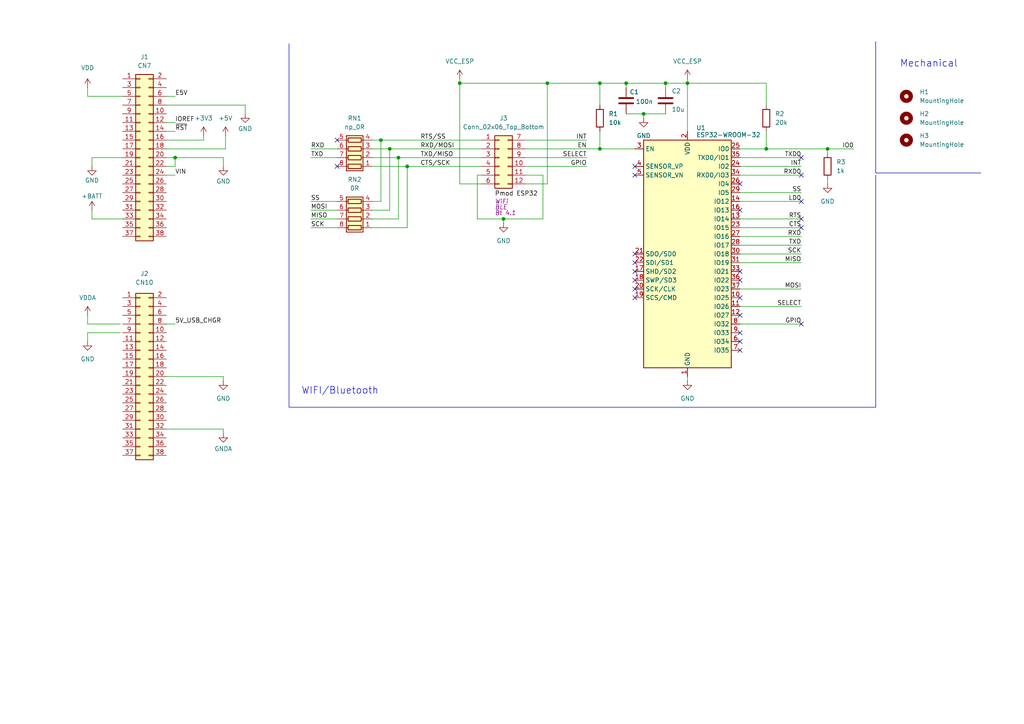
<source format=kicad_sch>
(kicad_sch (version 20250114) (generator "eeschema") (generator_version "9.0")
  (paper "A4")
  (lib_symbols
    (symbol "Connector_Generic:Conn_02x06_Top_Bottom" (pin_names (offset 1.016) (hide yes))
      (property "Reference" "J" (at 1.27 7.62 0))
      (property "Value" "Conn_02x06_Top_Bottom" (at 1.27 -10.16 0))
      (symbol "Conn_02x06_Top_Bottom_1_1"
        (rectangle (start -1.27 6.35) (end 3.81 -8.89) (stroke (width 0.254)) (fill (type background)))
        (rectangle (start -1.27 5.207) (end 0 4.953) (stroke (width 0.1524)))
        (rectangle (start -1.27 2.667) (end 0 2.413) (stroke (width 0.1524)))
        (rectangle (start -1.27 0.127) (end 0 -0.127) (stroke (width 0.1524)))
        (rectangle (start -1.27 -2.413) (end 0 -2.667) (stroke (width 0.1524)))
        (rectangle (start -1.27 -4.953) (end 0 -5.207) (stroke (width 0.1524)))
        (rectangle (start -1.27 -7.493) (end 0 -7.747) (stroke (width 0.1524)))
        (rectangle (start 3.81 5.207) (end 2.54 4.953) (stroke (width 0.1524)))
        (rectangle (start 3.81 2.667) (end 2.54 2.413) (stroke (width 0.1524)))
        (rectangle (start 3.81 0.127) (end 2.54 -0.127) (stroke (width 0.1524)))
        (rectangle (start 3.81 -2.413) (end 2.54 -2.667) (stroke (width 0.1524)))
        (rectangle (start 3.81 -4.953) (end 2.54 -5.207) (stroke (width 0.1524)))
        (rectangle (start 3.81 -7.493) (end 2.54 -7.747) (stroke (width 0.1524)))
        (pin passive line (at -5.08 5.08 0) (length 3.81) (name "Pin_1") (number "1"))
        (pin passive line (at -5.08 2.54 0) (length 3.81) (name "Pin_2") (number "2"))
        (pin passive line (at -5.08 0 0) (length 3.81) (name "Pin_3") (number "3"))
        (pin passive line (at -5.08 -2.54 0) (length 3.81) (name "Pin_4") (number "4"))
        (pin passive line (at -5.08 -5.08 0) (length 3.81) (name "Pin_5") (number "5"))
        (pin passive line (at -5.08 -7.62 0) (length 3.81) (name "Pin_6") (number "6"))
        (pin passive line (at 7.62 5.08 180) (length 3.81) (name "Pin_7") (number "7"))
        (pin passive line (at 7.62 2.54 180) (length 3.81) (name "Pin_8") (number "8"))
        (pin passive line (at 7.62 0 180) (length 3.81) (name "Pin_9") (number "9"))
        (pin passive line (at 7.62 -2.54 180) (length 3.81) (name "Pin_10") (number "10"))
        (pin passive line (at 7.62 -5.08 180) (length 3.81) (name "Pin_11") (number "11"))
        (pin passive line (at 7.62 -7.62 180) (length 3.81) (name "Pin_12") (number "12"))
      )
    )
    (symbol "Connector_Generic:Conn_02x19_Odd_Even" (pin_names (offset 1.016) (hide yes))
      (property "Reference" "J" (at 1.27 25.4 0))
      (property "Value" "Conn_02x19_Odd_Even" (at 1.27 -25.4 0))
      (symbol "Conn_02x19_Odd_Even_1_1"
        (rectangle (start -1.27 24.13) (end 3.81 -24.13) (stroke (width 0.254)) (fill (type background)))
        (rectangle (start -1.27 22.987) (end 0 22.733) (stroke (width 0.1524)))
        (rectangle (start -1.27 20.447) (end 0 20.193) (stroke (width 0.1524)))
        (rectangle (start -1.27 17.907) (end 0 17.653) (stroke (width 0.1524)))
        (rectangle (start -1.27 15.367) (end 0 15.113) (stroke (width 0.1524)))
        (rectangle (start -1.27 12.827) (end 0 12.573) (stroke (width 0.1524)))
        (rectangle (start -1.27 10.287) (end 0 10.033) (stroke (width 0.1524)))
        (rectangle (start -1.27 7.747) (end 0 7.493) (stroke (width 0.1524)))
        (rectangle (start -1.27 5.207) (end 0 4.953) (stroke (width 0.1524)))
        (rectangle (start -1.27 2.667) (end 0 2.413) (stroke (width 0.1524)))
        (rectangle (start -1.27 0.127) (end 0 -0.127) (stroke (width 0.1524)))
        (rectangle (start -1.27 -2.413) (end 0 -2.667) (stroke (width 0.1524)))
        (rectangle (start -1.27 -4.953) (end 0 -5.207) (stroke (width 0.1524)))
        (rectangle (start -1.27 -7.493) (end 0 -7.747) (stroke (width 0.1524)))
        (rectangle (start -1.27 -10.033) (end 0 -10.287) (stroke (width 0.1524)))
        (rectangle (start -1.27 -12.573) (end 0 -12.827) (stroke (width 0.1524)))
        (rectangle (start -1.27 -15.113) (end 0 -15.367) (stroke (width 0.1524)))
        (rectangle (start -1.27 -17.653) (end 0 -17.907) (stroke (width 0.1524)))
        (rectangle (start -1.27 -20.193) (end 0 -20.447) (stroke (width 0.1524)))
        (rectangle (start -1.27 -22.733) (end 0 -22.987) (stroke (width 0.1524)))
        (rectangle (start 3.81 22.987) (end 2.54 22.733) (stroke (width 0.1524)))
        (rectangle (start 3.81 20.447) (end 2.54 20.193) (stroke (width 0.1524)))
        (rectangle (start 3.81 17.907) (end 2.54 17.653) (stroke (width 0.1524)))
        (rectangle (start 3.81 15.367) (end 2.54 15.113) (stroke (width 0.1524)))
        (rectangle (start 3.81 12.827) (end 2.54 12.573) (stroke (width 0.1524)))
        (rectangle (start 3.81 10.287) (end 2.54 10.033) (stroke (width 0.1524)))
        (rectangle (start 3.81 7.747) (end 2.54 7.493) (stroke (width 0.1524)))
        (rectangle (start 3.81 5.207) (end 2.54 4.953) (stroke (width 0.1524)))
        (rectangle (start 3.81 2.667) (end 2.54 2.413) (stroke (width 0.1524)))
        (rectangle (start 3.81 0.127) (end 2.54 -0.127) (stroke (width 0.1524)))
        (rectangle (start 3.81 -2.413) (end 2.54 -2.667) (stroke (width 0.1524)))
        (rectangle (start 3.81 -4.953) (end 2.54 -5.207) (stroke (width 0.1524)))
        (rectangle (start 3.81 -7.493) (end 2.54 -7.747) (stroke (width 0.1524)))
        (rectangle (start 3.81 -10.033) (end 2.54 -10.287) (stroke (width 0.1524)))
        (rectangle (start 3.81 -12.573) (end 2.54 -12.827) (stroke (width 0.1524)))
        (rectangle (start 3.81 -15.113) (end 2.54 -15.367) (stroke (width 0.1524)))
        (rectangle (start 3.81 -17.653) (end 2.54 -17.907) (stroke (width 0.1524)))
        (rectangle (start 3.81 -20.193) (end 2.54 -20.447) (stroke (width 0.1524)))
        (rectangle (start 3.81 -22.733) (end 2.54 -22.987) (stroke (width 0.1524)))
        (pin passive line (at -5.08 22.86 0) (length 3.81) (name "Pin_1") (number "1"))
        (pin passive line (at -5.08 20.32 0) (length 3.81) (name "Pin_3") (number "3"))
        (pin passive line (at -5.08 17.78 0) (length 3.81) (name "Pin_5") (number "5"))
        (pin passive line (at -5.08 15.24 0) (length 3.81) (name "Pin_7") (number "7"))
        (pin passive line (at -5.08 12.7 0) (length 3.81) (name "Pin_9") (number "9"))
        (pin passive line (at -5.08 10.16 0) (length 3.81) (name "Pin_11") (number "11"))
        (pin passive line (at -5.08 7.62 0) (length 3.81) (name "Pin_13") (number "13"))
        (pin passive line (at -5.08 5.08 0) (length 3.81) (name "Pin_15") (number "15"))
        (pin passive line (at -5.08 2.54 0) (length 3.81) (name "Pin_17") (number "17"))
        (pin passive line (at -5.08 0 0) (length 3.81) (name "Pin_19") (number "19"))
        (pin passive line (at -5.08 -2.54 0) (length 3.81) (name "Pin_21") (number "21"))
        (pin passive line (at -5.08 -5.08 0) (length 3.81) (name "Pin_23") (number "23"))
        (pin passive line (at -5.08 -7.62 0) (length 3.81) (name "Pin_25") (number "25"))
        (pin passive line (at -5.08 -10.16 0) (length 3.81) (name "Pin_27") (number "27"))
        (pin passive line (at -5.08 -12.7 0) (length 3.81) (name "Pin_29") (number "29"))
        (pin passive line (at -5.08 -15.24 0) (length 3.81) (name "Pin_31") (number "31"))
        (pin passive line (at -5.08 -17.78 0) (length 3.81) (name "Pin_33") (number "33"))
        (pin passive line (at -5.08 -20.32 0) (length 3.81) (name "Pin_35") (number "35"))
        (pin passive line (at -5.08 -22.86 0) (length 3.81) (name "Pin_37") (number "37"))
        (pin passive line (at 7.62 22.86 180) (length 3.81) (name "Pin_2") (number "2"))
        (pin passive line (at 7.62 20.32 180) (length 3.81) (name "Pin_4") (number "4"))
        (pin passive line (at 7.62 17.78 180) (length 3.81) (name "Pin_6") (number "6"))
        (pin passive line (at 7.62 15.24 180) (length 3.81) (name "Pin_8") (number "8"))
        (pin passive line (at 7.62 12.7 180) (length 3.81) (name "Pin_10") (number "10"))
        (pin passive line (at 7.62 10.16 180) (length 3.81) (name "Pin_12") (number "12"))
        (pin passive line (at 7.62 7.62 180) (length 3.81) (name "Pin_14") (number "14"))
        (pin passive line (at 7.62 5.08 180) (length 3.81) (name "Pin_16") (number "16"))
        (pin passive line (at 7.62 2.54 180) (length 3.81) (name "Pin_18") (number "18"))
        (pin passive line (at 7.62 0 180) (length 3.81) (name "Pin_20") (number "20"))
        (pin passive line (at 7.62 -2.54 180) (length 3.81) (name "Pin_22") (number "22"))
        (pin passive line (at 7.62 -5.08 180) (length 3.81) (name "Pin_24") (number "24"))
        (pin passive line (at 7.62 -7.62 180) (length 3.81) (name "Pin_26") (number "26"))
        (pin passive line (at 7.62 -10.16 180) (length 3.81) (name "Pin_28") (number "28"))
        (pin passive line (at 7.62 -12.7 180) (length 3.81) (name "Pin_30") (number "30"))
        (pin passive line (at 7.62 -15.24 180) (length 3.81) (name "Pin_32") (number "32"))
        (pin passive line (at 7.62 -17.78 180) (length 3.81) (name "Pin_34") (number "34"))
        (pin passive line (at 7.62 -20.32 180) (length 3.81) (name "Pin_36") (number "36"))
        (pin passive line (at 7.62 -22.86 180) (length 3.81) (name "Pin_38") (number "38"))
      )
    )
    (symbol "Device:C" (pin_numbers (hide yes)) (pin_names (offset 0.254))
      (property "Reference" "C" (at 0.635 2.54 0))
      (property "Value" "C" (at 0.635 -2.54 0))
      (symbol "C_0_1"
        (polyline (pts (xy -2.032 0.762) (xy 2.032 0.762)) (stroke (width 0.508)))
        (polyline (pts (xy -2.032 -0.762) (xy 2.032 -0.762)) (stroke (width 0.508)))
      )
      (symbol "C_1_1"
        (pin passive line (at 0 3.81 270) (length 2.794) (name "~") (number "1"))
        (pin passive line (at 0 -3.81 90) (length 2.794) (name "~") (number "2"))
      )
    )
    (symbol "Device:R" (pin_numbers (hide yes)) (pin_names (offset 0))
      (property "Reference" "R" (at 2.032 0 90))
      (property "Value" "R" (at 0 0 90))
      (symbol "R_0_1"
        (rectangle (start -1.016 -2.54) (end 1.016 2.54) (stroke (width 0.254)))
      )
      (symbol "R_1_1"
        (pin passive line (at 0 3.81 270) (length 1.27) (name "~") (number "1"))
        (pin passive line (at 0 -3.81 90) (length 1.27) (name "~") (number "2"))
      )
    )
    (symbol "Device:R_Pack04" (pin_names (offset 0) (hide yes))
      (property "Reference" "RN" (at -7.62 0 90))
      (property "Value" "R_Pack04" (at 5.08 0 90))
      (symbol "R_Pack04_0_1"
        (rectangle (start -6.35 -2.413) (end 3.81 2.413) (stroke (width 0.254)) (fill (type background)))
        (rectangle (start -5.715 1.905) (end -4.445 -1.905) (stroke (width 0.254)))
        (polyline (pts (xy -5.08 1.905) (xy -5.08 2.54)))
        (polyline (pts (xy -5.08 -2.54) (xy -5.08 -1.905)))
        (rectangle (start -3.175 1.905) (end -1.905 -1.905) (stroke (width 0.254)))
        (polyline (pts (xy -2.54 1.905) (xy -2.54 2.54)))
        (polyline (pts (xy -2.54 -2.54) (xy -2.54 -1.905)))
        (rectangle (start -0.635 1.905) (end 0.635 -1.905) (stroke (width 0.254)))
        (polyline (pts (xy 0 1.905) (xy 0 2.54)))
        (polyline (pts (xy 0 -2.54) (xy 0 -1.905)))
        (rectangle (start 1.905 1.905) (end 3.175 -1.905) (stroke (width 0.254)))
        (polyline (pts (xy 2.54 1.905) (xy 2.54 2.54)))
        (polyline (pts (xy 2.54 -2.54) (xy 2.54 -1.905)))
      )
      (symbol "R_Pack04_1_1"
        (pin passive line (at -5.08 5.08 270) (length 2.54) (name "R1.2") (number "8"))
        (pin passive line (at -5.08 -5.08 90) (length 2.54) (name "R1.1") (number "1"))
        (pin passive line (at -2.54 5.08 270) (length 2.54) (name "R2.2") (number "7"))
        (pin passive line (at -2.54 -5.08 90) (length 2.54) (name "R2.1") (number "2"))
        (pin passive line (at 0 5.08 270) (length 2.54) (name "R3.2") (number "6"))
        (pin passive line (at 0 -5.08 90) (length 2.54) (name "R3.1") (number "3"))
        (pin passive line (at 2.54 5.08 270) (length 2.54) (name "R4.2") (number "5"))
        (pin passive line (at 2.54 -5.08 90) (length 2.54) (name "R4.1") (number "4"))
      )
    )
    (symbol "GND_1" (power) (pin_numbers (hide yes)) (pin_names (offset 0) (hide yes))
      (property "Value" "GND" (at 0 -3.81 0))
      (symbol "GND_1_0_1"
        (polyline (pts (xy 0 0) (xy 0 -1.27) (xy 1.27 -1.27) (xy 0 -2.54) (xy -1.27 -1.27) (xy 0 -1.27)))
      )
      (symbol "GND_1_1_1"
        (pin power_in line (at 0 0 270) (length 0) (name "~") (number "1"))
      )
    )
    (symbol "Mechanical:MountingHole" (pin_names (offset 1.016))
      (property "Reference" "H" (at 0 5.08 0))
      (property "Value" "MountingHole" (at 0 3.175 0))
      (symbol "MountingHole_0_1"
        (circle (center 0 0) (radius 1.27) (stroke (width 1.27)))
      )
    )
    (symbol "RF_Module:ESP32-WROOM-32"
      (property "Reference" "U" (at -12.7 34.29 0))
      (property "Value" "ESP32-WROOM-32" (at 1.27 34.29 0))
      (symbol "ESP32-WROOM-32_0_1"
        (rectangle (start -12.7 33.02) (end 12.7 -33.02) (stroke (width 0.254)) (fill (type background)))
      )
      (symbol "ESP32-WROOM-32_1_1"
        (pin input line (at -15.24 30.48 0) (length 2.54) (name "EN") (number "3"))
        (pin input line (at -15.24 25.4 0) (length 2.54) (name "SENSOR_VP") (number "4"))
        (pin input line (at -15.24 22.86 0) (length 2.54) (name "SENSOR_VN") (number "5"))
        (pin bidirectional line (at -15.24 0 0) (length 2.54) (name "SDO/SD0") (number "21"))
        (pin bidirectional line (at -15.24 -2.54 0) (length 2.54) (name "SDI/SD1") (number "22"))
        (pin bidirectional line (at -15.24 -5.08 0) (length 2.54) (name "SHD/SD2") (number "17"))
        (pin bidirectional line (at -15.24 -7.62 0) (length 2.54) (name "SWP/SD3") (number "18"))
        (pin bidirectional line (at -15.24 -10.16 0) (length 2.54) (name "SCK/CLK") (number "20"))
        (pin bidirectional line (at -15.24 -12.7 0) (length 2.54) (name "SCS/CMD") (number "19"))
        (pin no_connect line (at -12.7 -27.94 0) (length 2.54) (hide yes) (name "NC") (number "32"))
        (pin power_in line (at 0 35.56 270) (length 2.54) (name "VDD") (number "2"))
        (pin power_in line (at 0 -35.56 90) (length 2.54) (name "GND") (number "1"))
        (pin passive line (at 0 -35.56 90) (length 2.54) (hide yes) (name "GND") (number "15"))
        (pin passive line (at 0 -35.56 90) (length 2.54) (hide yes) (name "GND") (number "38"))
        (pin passive line (at 0 -35.56 90) (length 2.54) (hide yes) (name "GND") (number "39"))
        (pin bidirectional line (at 15.24 30.48 180) (length 2.54) (name "IO0") (number "25"))
        (pin bidirectional line (at 15.24 27.94 180) (length 2.54) (name "TXD0/IO1") (number "35"))
        (pin bidirectional line (at 15.24 25.4 180) (length 2.54) (name "IO2") (number "24"))
        (pin bidirectional line (at 15.24 22.86 180) (length 2.54) (name "RXD0/IO3") (number "34"))
        (pin bidirectional line (at 15.24 20.32 180) (length 2.54) (name "IO4") (number "26"))
        (pin bidirectional line (at 15.24 17.78 180) (length 2.54) (name "IO5") (number "29"))
        (pin bidirectional line (at 15.24 15.24 180) (length 2.54) (name "IO12") (number "14"))
        (pin bidirectional line (at 15.24 12.7 180) (length 2.54) (name "IO13") (number "16"))
        (pin bidirectional line (at 15.24 10.16 180) (length 2.54) (name "IO14") (number "13"))
        (pin bidirectional line (at 15.24 7.62 180) (length 2.54) (name "IO15") (number "23"))
        (pin bidirectional line (at 15.24 5.08 180) (length 2.54) (name "IO16") (number "27"))
        (pin bidirectional line (at 15.24 2.54 180) (length 2.54) (name "IO17") (number "28"))
        (pin bidirectional line (at 15.24 0 180) (length 2.54) (name "IO18") (number "30"))
        (pin bidirectional line (at 15.24 -2.54 180) (length 2.54) (name "IO19") (number "31"))
        (pin bidirectional line (at 15.24 -5.08 180) (length 2.54) (name "IO21") (number "33"))
        (pin bidirectional line (at 15.24 -7.62 180) (length 2.54) (name "IO22") (number "36"))
        (pin bidirectional line (at 15.24 -10.16 180) (length 2.54) (name "IO23") (number "37"))
        (pin bidirectional line (at 15.24 -12.7 180) (length 2.54) (name "IO25") (number "10"))
        (pin bidirectional line (at 15.24 -15.24 180) (length 2.54) (name "IO26") (number "11"))
        (pin bidirectional line (at 15.24 -17.78 180) (length 2.54) (name "IO27") (number "12"))
        (pin bidirectional line (at 15.24 -20.32 180) (length 2.54) (name "IO32") (number "8"))
        (pin bidirectional line (at 15.24 -22.86 180) (length 2.54) (name "IO33") (number "9"))
        (pin input line (at 15.24 -25.4 180) (length 2.54) (name "IO34") (number "6"))
        (pin input line (at 15.24 -27.94 180) (length 2.54) (name "IO35") (number "7"))
      )
    )
    (symbol "power:+3V3" (power) (pin_names (offset 0))
      (property "Value" "+3V3" (at 0 3.556 0))
      (symbol "+3V3_0_1"
        (polyline (pts (xy -0.762 1.27) (xy 0 2.54)))
        (polyline (pts (xy 0 2.54) (xy 0.762 1.27)))
        (polyline (pts (xy 0 0) (xy 0 2.54)))
      )
      (symbol "+3V3_1_1"
        (pin power_in line (at 0 0 90) (length 0) (hide yes) (name "+3V3") (number "1"))
      )
    )
    (symbol "power:+5V" (power) (pin_names (offset 0))
      (property "Value" "+5V" (at 0 3.556 0))
      (symbol "+5V_0_1"
        (polyline (pts (xy -0.762 1.27) (xy 0 2.54)))
        (polyline (pts (xy 0 2.54) (xy 0.762 1.27)))
        (polyline (pts (xy 0 0) (xy 0 2.54)))
      )
      (symbol "+5V_1_1"
        (pin power_in line (at 0 0 90) (length 0) (hide yes) (name "+5V") (number "1"))
      )
    )
    (symbol "power:+BATT" (power) (pin_names (offset 0))
      (property "Value" "+BATT" (at 0 3.556 0))
      (symbol "+BATT_0_1"
        (polyline (pts (xy -0.762 1.27) (xy 0 2.54)))
        (polyline (pts (xy 0 2.54) (xy 0.762 1.27)))
        (polyline (pts (xy 0 0) (xy 0 2.54)))
      )
      (symbol "+BATT_1_1"
        (pin power_in line (at 0 0 90) (length 0) (hide yes) (name "+BATT") (number "1"))
      )
    )
    (symbol "power:GND" (power) (pin_names (offset 0))
      (property "Value" "GND" (at 0 -3.81 0))
      (symbol "GND_0_1"
        (polyline (pts (xy 0 0) (xy 0 -1.27) (xy 1.27 -1.27) (xy 0 -2.54) (xy -1.27 -1.27) (xy 0 -1.27)))
      )
      (symbol "GND_1_1"
        (pin power_in line (at 0 0 270) (length 0) (hide yes) (name "GND") (number "1"))
      )
    )
    (symbol "power:GNDA" (power) (pin_names (offset 0))
      (property "Value" "GNDA" (at 0 -3.81 0))
      (symbol "GNDA_0_1"
        (polyline (pts (xy 0 0) (xy 0 -1.27) (xy 1.27 -1.27) (xy 0 -2.54) (xy -1.27 -1.27) (xy 0 -1.27)))
      )
      (symbol "GNDA_1_1"
        (pin power_in line (at 0 0 270) (length 0) (hide yes) (name "GNDA") (number "1"))
      )
    )
    (symbol "power:VCC" (power) (pin_numbers (hide yes)) (pin_names (offset 0) (hide yes))
      (property "Value" "VCC" (at 0 3.556 0))
      (symbol "VCC_0_1"
        (polyline (pts (xy -0.762 1.27) (xy 0 2.54)))
        (polyline (pts (xy 0 2.54) (xy 0.762 1.27)))
        (polyline (pts (xy 0 0) (xy 0 2.54)))
      )
      (symbol "VCC_1_1"
        (pin power_in line (at 0 0 90) (length 0) (name "~") (number "1"))
      )
    )
    (symbol "power:VDD" (power) (pin_names (offset 0))
      (property "Value" "VDD" (at 0 3.81 0))
      (symbol "VDD_0_1"
        (polyline (pts (xy -0.762 1.27) (xy 0 2.54)))
        (polyline (pts (xy 0 2.54) (xy 0.762 1.27)))
        (polyline (pts (xy 0 0) (xy 0 2.54)))
      )
      (symbol "VDD_1_1"
        (pin power_in line (at 0 0 90) (length 0) (hide yes) (name "VDD") (number "1"))
      )
    )
    (symbol "power:VDDA" (power) (pin_names (offset 0))
      (property "Value" "VDDA" (at 0 3.81 0))
      (symbol "VDDA_0_1"
        (polyline (pts (xy -0.762 1.27) (xy 0 2.54)))
        (polyline (pts (xy 0 2.54) (xy 0.762 1.27)))
        (polyline (pts (xy 0 0) (xy 0 2.54)))
      )
      (symbol "VDDA_1_1"
        (pin power_in line (at 0 0 90) (length 0) (hide yes) (name "VDDA") (number "1"))
      )
    )
  )
  (text "Mechanical\n" (at 260.985 19.685 0) (effects (font (size 2 2)) (justify left bottom)))
  (text "WIFI/Bluetooth" (at 87.376 114.554 0) (effects (font (size 2 2)) (justify left bottom)))
  (junction (at 199.39 24.13))
  (junction (at 146.05 63.5))
  (junction (at 186.69 33.02))
  (junction (at 181.61 24.13))
  (junction (at 222.25 43.18))
  (junction (at 173.99 43.18))
  (junction (at 193.04 24.13))
  (junction (at 115.57 45.72))
  (junction (at 50.8 45.72))
  (junction (at 110.49 40.64))
  (junction (at 133.35 24.13))
  (junction (at 173.99 24.13))
  (junction (at 113.03 43.18))
  (junction (at 118.11 48.26))
  (junction (at 158.75 24.13))
  (junction (at 240.03 43.18))
  (no_connect (at 214.63 53.34))
  (no_connect (at 184.15 83.82))
  (no_connect (at 214.63 101.6))
  (no_connect (at 184.15 81.28))
  (no_connect (at 214.63 81.28))
  (no_connect (at 214.63 86.36))
  (no_connect (at 184.15 86.36))
  (no_connect (at 214.63 78.74))
  (no_connect (at 232.41 63.5))
  (no_connect (at 214.63 60.96))
  (no_connect (at 184.15 76.2))
  (no_connect (at 184.15 78.74))
  (no_connect (at 97.79 48.26))
  (no_connect (at 214.63 99.06))
  (no_connect (at 232.41 58.42))
  (no_connect (at 232.41 66.04))
  (no_connect (at 232.41 93.98))
  (no_connect (at 214.63 96.52))
  (no_connect (at 97.79 40.64))
  (no_connect (at 184.15 50.8))
  (no_connect (at 232.41 50.8))
  (no_connect (at 184.15 48.26))
  (no_connect (at 214.63 91.44))
  (no_connect (at 184.15 73.66))
  (no_connect (at 232.41 45.72))
  (wire (pts (xy 232.41 68.58) (xy 214.63 68.58)))
  (wire (pts (xy 222.25 30.48) (xy 222.25 24.13)))
  (polyline (pts (xy 254 118.11) (xy 254 50.8)))
  (wire (pts (xy 90.17 45.72) (xy 97.79 45.72)))
  (wire (pts (xy 193.04 24.13) (xy 199.39 24.13)))
  (wire (pts (xy 110.49 58.42) (xy 110.49 40.64)))
  (wire (pts (xy 48.26 35.56) (xy 50.8 35.56)))
  (wire (pts (xy 138.43 63.5) (xy 138.43 50.8)))
  (wire (pts (xy 71.12 30.48) (xy 48.26 30.48)))
  (wire (pts (xy 71.12 33.02) (xy 71.12 30.48)))
  (wire (pts (xy 170.18 48.26) (xy 152.4 48.26)))
  (wire (pts (xy 48.26 27.94) (xy 50.8 27.94)))
  (wire (pts (xy 232.41 63.5) (xy 214.63 63.5)))
  (wire (pts (xy 48.26 124.46) (xy 64.77 124.46)))
  (wire (pts (xy 64.77 124.46) (xy 64.77 125.73)))
  (wire (pts (xy 90.17 66.04) (xy 97.79 66.04)))
  (wire (pts (xy 199.39 109.22) (xy 199.39 110.49)))
  (wire (pts (xy 152.4 43.18) (xy 173.99 43.18)))
  (wire (pts (xy 232.41 58.42) (xy 214.63 58.42)))
  (wire (pts (xy 118.11 66.04) (xy 118.11 48.26)))
  (wire (pts (xy 35.56 45.72) (xy 26.67 45.72)))
  (wire (pts (xy 173.99 24.13) (xy 181.61 24.13)))
  (wire (pts (xy 158.75 24.13) (xy 158.75 53.34)))
  (wire (pts (xy 232.41 93.98) (xy 214.63 93.98)))
  (polyline (pts (xy 254 12.065) (xy 254 50.165)))
  (polyline (pts (xy 254 50.165) (xy 284.48 50.165)))
  (wire (pts (xy 152.4 50.8) (xy 157.48 50.8)))
  (wire (pts (xy 26.67 45.72) (xy 26.67 48.26)))
  (wire (pts (xy 48.26 48.26) (xy 50.8 48.26)))
  (wire (pts (xy 50.8 48.26) (xy 50.8 45.72)))
  (wire (pts (xy 107.95 66.04) (xy 118.11 66.04)))
  (wire (pts (xy 232.41 71.12) (xy 214.63 71.12)))
  (wire (pts (xy 107.95 48.26) (xy 118.11 48.26)))
  (wire (pts (xy 232.41 48.26) (xy 214.63 48.26)))
  (wire (pts (xy 199.39 24.13) (xy 199.39 38.1)))
  (wire (pts (xy 133.35 22.86) (xy 133.35 24.13)))
  (wire (pts (xy 48.26 38.1) (xy 50.8 38.1)))
  (wire (pts (xy 181.61 24.13) (xy 193.04 24.13)))
  (wire (pts (xy 115.57 45.72) (xy 139.7 45.72)))
  (wire (pts (xy 222.25 43.18) (xy 240.03 43.18)))
  (wire (pts (xy 232.41 50.8) (xy 214.63 50.8)))
  (wire (pts (xy 64.77 109.22) (xy 64.77 110.49)))
  (wire (pts (xy 232.41 55.88) (xy 214.63 55.88)))
  (wire (pts (xy 48.26 93.98) (xy 50.8 93.98)))
  (wire (pts (xy 186.69 33.02) (xy 193.04 33.02)))
  (wire (pts (xy 133.35 53.34) (xy 139.7 53.34)))
  (wire (pts (xy 222.25 24.13) (xy 199.39 24.13)))
  (wire (pts (xy 138.43 50.8) (xy 139.7 50.8)))
  (wire (pts (xy 133.35 24.13) (xy 158.75 24.13)))
  (wire (pts (xy 232.41 73.66) (xy 214.63 73.66)))
  (wire (pts (xy 193.04 25.4) (xy 193.04 24.13)))
  (wire (pts (xy 110.49 40.64) (xy 139.7 40.64)))
  (wire (pts (xy 232.41 83.82) (xy 214.63 83.82)))
  (wire (pts (xy 240.03 43.18) (xy 247.65 43.18)))
  (wire (pts (xy 133.35 53.34) (xy 133.35 24.13)))
  (wire (pts (xy 173.99 24.13) (xy 173.99 30.48)))
  (wire (pts (xy 240.03 52.07) (xy 240.03 53.34)))
  (wire (pts (xy 90.17 58.42) (xy 97.79 58.42)))
  (wire (pts (xy 48.26 43.18) (xy 65.405 43.18)))
  (wire (pts (xy 65.405 43.18) (xy 65.405 39.37)))
  (wire (pts (xy 222.25 38.1) (xy 222.25 43.18)))
  (wire (pts (xy 25.4 25.4) (xy 25.4 27.94)))
  (wire (pts (xy 232.41 76.2) (xy 214.63 76.2)))
  (wire (pts (xy 107.95 58.42) (xy 110.49 58.42)))
  (wire (pts (xy 25.4 93.98) (xy 34.925 93.98)))
  (wire (pts (xy 199.39 22.86) (xy 199.39 24.13)))
  (polyline (pts (xy 83.82 118.11) (xy 83.82 12.7)))
  (wire (pts (xy 113.03 43.18) (xy 139.7 43.18)))
  (wire (pts (xy 146.05 63.5) (xy 157.48 63.5)))
  (wire (pts (xy 232.41 45.72) (xy 214.63 45.72)))
  (wire (pts (xy 107.95 45.72) (xy 115.57 45.72)))
  (wire (pts (xy 146.05 64.77) (xy 146.05 63.5)))
  (wire (pts (xy 170.18 40.64) (xy 152.4 40.64)))
  (wire (pts (xy 90.17 43.18) (xy 97.79 43.18)))
  (wire (pts (xy 48.26 40.64) (xy 59.055 40.64)))
  (wire (pts (xy 59.055 40.64) (xy 59.055 39.37)))
  (wire (pts (xy 115.57 45.72) (xy 115.57 63.5)))
  (wire (pts (xy 181.61 33.02) (xy 186.69 33.02)))
  (wire (pts (xy 232.41 66.04) (xy 214.63 66.04)))
  (wire (pts (xy 232.41 88.9) (xy 214.63 88.9)))
  (wire (pts (xy 173.99 38.1) (xy 173.99 43.18)))
  (wire (pts (xy 113.03 60.96) (xy 113.03 43.18)))
  (wire (pts (xy 173.99 43.18) (xy 184.15 43.18)))
  (wire (pts (xy 25.4 96.52) (xy 34.925 96.52)))
  (wire (pts (xy 25.4 96.52) (xy 25.4 99.06)))
  (wire (pts (xy 173.99 24.13) (xy 158.75 24.13)))
  (polyline (pts (xy 254 118.11) (xy 83.82 118.11)))
  (wire (pts (xy 157.48 63.5) (xy 157.48 50.8)))
  (wire (pts (xy 90.17 60.96) (xy 97.79 60.96)))
  (wire (pts (xy 35.56 63.5) (xy 26.67 63.5)))
  (wire (pts (xy 107.95 43.18) (xy 113.03 43.18)))
  (wire (pts (xy 90.17 63.5) (xy 97.79 63.5)))
  (wire (pts (xy 170.18 45.72) (xy 152.4 45.72)))
  (wire (pts (xy 181.61 25.4) (xy 181.61 24.13)))
  (wire (pts (xy 222.25 43.18) (xy 214.63 43.18)))
  (wire (pts (xy 146.05 63.5) (xy 138.43 63.5)))
  (wire (pts (xy 64.77 109.22) (xy 48.26 109.22)))
  (wire (pts (xy 186.69 34.29) (xy 186.69 33.02)))
  (wire (pts (xy 25.4 27.94) (xy 35.56 27.94)))
  (wire (pts (xy 26.67 60.96) (xy 26.67 63.5)))
  (wire (pts (xy 107.95 40.64) (xy 110.49 40.64)))
  (wire (pts (xy 115.57 63.5) (xy 107.95 63.5)))
  (wire (pts (xy 158.75 53.34) (xy 152.4 53.34)))
  (wire (pts (xy 25.4 91.44) (xy 25.4 93.98)))
  (wire (pts (xy 107.95 60.96) (xy 113.03 60.96)))
  (wire (pts (xy 118.11 48.26) (xy 139.7 48.26)))
  (wire (pts (xy 240.03 43.18) (xy 240.03 44.45)))
  (wire (pts (xy 48.26 50.8) (xy 50.8 50.8)))
  (wire (pts (xy 48.26 45.72) (xy 50.8 45.72)))
  (wire (pts (xy 50.8 45.72) (xy 64.77 45.72)))
  (wire (pts (xy 64.77 45.72) (xy 64.77 48.26)))
  (label "RXD{slash}MOSI" (at 121.92 43.18 0))
  (label "GPIO" (at 170.18 48.26 180))
  (label "TXD" (at 90.17 45.72 0))
  (label "INT" (at 232.41 48.26 180))
  (label "~{RST}" (at 50.8 38.1 0))
  (label "SS" (at 232.41 55.88 180))
  (label "MOSI" (at 90.17 60.96 0))
  (label "RXD0" (at 232.41 50.8 180))
  (label "SCK" (at 232.41 73.66 180))
  (label "SELECT" (at 232.41 88.9 180))
  (label "VIN" (at 50.8 50.8 0))
  (label "SS" (at 90.17 58.42 0))
  (label "MOSI" (at 232.41 83.82 180))
  (label "CTS" (at 232.41 66.04 180))
  (label "Pmod ESP32" (at 143.51 57.15 0) (property "-" "WiFi" (at 143.51 58.42 0) (effects (font (italic yes)) (justify left))) (property "-" "BLE" (at 143.51 60.071 0) (effects (font (italic yes)) (justify left))) (property "-" "Bt 4.1" (at 143.51 61.722 0) (effects (font (italic yes)) (justify left))))
  (label "GPIO" (at 232.41 93.98 180))
  (label "MISO" (at 90.17 63.5 0))
  (label "RXD" (at 232.41 68.58 180))
  (label "E5V" (at 50.8 27.94 0))
  (label "TXD0" (at 232.41 45.72 180))
  (label "LD0" (at 232.41 58.42 180))
  (label "INT" (at 170.18 40.64 180))
  (label "RTS{slash}SS" (at 121.92 40.64 0))
  (label "RXD" (at 90.17 43.18 0))
  (label "IO0" (at 247.65 43.18 180))
  (label "RTS" (at 232.41 63.5 180))
  (label "EN" (at 170.18 43.18 180))
  (label "TXD{slash}MISO" (at 121.92 45.72 0))
  (label "CTS{slash}SCK" (at 121.92 48.26 0))
  (label "IOREF" (at 50.8 35.56 0))
  (label "MISO" (at 232.41 76.2 180))
  (label "SCK" (at 90.17 66.04 0))
  (label "TXD" (at 232.41 71.12 180))
  (label "5V_USB_CHGR" (at 50.8 93.98 0))
  (label "SELECT" (at 170.18 45.72 180))
  (symbol (lib_id "Connector_Generic:Conn_02x19_Odd_Even") (at 40.64 45.72 0) (unit 1)
    (property "Reference" "J1" (at 41.91 16.51 0))
    (property "Value" "CN7" (at 41.91 19.05 0))
    (property "Footprint" "Connector_PinSocket_2.54mm:PinSocket_2x19_P2.54mm_Vertical" (effects (hide yes)))
  )
  (symbol (lib_id "power:GND") (at 64.77 48.26 0) (unit 1)
    (property "Reference" "#PWR0101" (effects (hide yes)))
    (property "Value" "GND" (at 64.77 52.578 0))
  )
  (symbol (lib_id "Mechanical:MountingHole") (at 262.89 34.29 0) (unit 1)
    (property "Reference" "H2" (at 266.7 33.0199 0) (effects (justify left)))
    (property "Value" "MountingHole" (at 266.7 35.5599 0) (effects (justify left)))
    (property "Footprint" "MountingHole:MountingHole_3.2mm_M3" (effects (hide yes)))
  )
  (symbol (lib_id "power:GND") (at 71.12 33.02 0) (unit 1)
    (property "Reference" "#PWR0107" (effects (hide yes)))
    (property "Value" "GND" (at 71.12 37.338 0))
  )
  (symbol (lib_id "Mechanical:MountingHole") (at 262.89 40.64 0) (unit 1)
    (property "Reference" "H3" (at 266.7 39.3699 0) (effects (justify left)))
    (property "Value" "MountingHole" (at 266.7 41.9099 0) (effects (justify left)))
    (property "Footprint" "MountingHole:MountingHole_3.2mm_M3" (effects (hide yes)))
  )
  (symbol (lib_id "power:VDDA") (at 25.4 91.44 0) (unit 1)
    (property "Reference" "#PWR0103" (effects (hide yes)))
    (property "Value" "VDDA" (at 25.4 86.36 0))
  )
  (symbol (lib_id "Device:C") (at 181.61 29.21 0) (unit 1)
    (property "Reference" "C1" (at 182.626 26.67 0) (effects (justify left)))
    (property "Value" "100n" (at 184.404 29.464 0) (effects (justify left)))
    (property "Footprint" "Capacitor_SMD:C_0805_2012Metric_Pad1.18x1.45mm_HandSolder" (effects (hide yes)))
    (property "Description" "Unpolarized capacitor" (effects (hide yes)))
  )
  (symbol (lib_id "Mechanical:MountingHole") (at 262.89 27.94 0) (unit 1)
    (property "Reference" "H1" (at 266.7 26.6699 0) (effects (justify left)))
    (property "Value" "MountingHole" (at 266.7 29.2099 0) (effects (justify left)))
    (property "Footprint" "MountingHole:MountingHole_3.2mm_M3" (effects (hide yes)))
  )
  (symbol (lib_id "Device:C") (at 193.04 29.21 0) (unit 1)
    (property "Reference" "C2" (at 194.818 26.416 0) (effects (justify left)))
    (property "Value" "10u" (at 194.818 31.75 0) (effects (justify left)))
    (property "Footprint" "Capacitor_SMD:C_0805_2012Metric_Pad1.18x1.45mm_HandSolder" (effects (hide yes)))
    (property "Description" "Unpolarized capacitor" (effects (hide yes)))
  )
  (symbol (lib_id "power:GND") (at 64.77 110.49 0) (unit 1)
    (property "Reference" "#PWR0105" (effects (hide yes)))
    (property "Value" "GND" (at 64.77 115.57 0))
  )
  (symbol (lib_id "power:VCC") (at 133.35 22.86 0) (unit 1)
    (property "Reference" "#PWR03" (effects (hide yes)))
    (property "Value" "VCC_ESP" (at 133.35 17.78 0))
    (property "Description" "Power symbol creates a global label with name \"VCC\"" (effects (hide yes)))
  )
  (symbol (lib_id "power:VDD") (at 25.4 25.4 0) (unit 1)
    (property "Reference" "#PWR0109" (effects (hide yes)))
    (property "Value" "VDD" (at 25.4 19.685 0))
  )
  (symbol (lib_id "power:VCC") (at 199.39 22.86 0) (unit 1)
    (property "Reference" "#PWR02" (effects (hide yes)))
    (property "Value" "VCC_ESP" (at 199.39 17.78 0))
    (property "Description" "Power symbol creates a global label with name \"VCC\"" (effects (hide yes)))
  )
  (symbol (lib_id "Device:R") (at 240.03 48.26 0) (unit 1)
    (property "Reference" "R3" (at 242.57 46.9899 0) (effects (justify left)))
    (property "Value" "1k" (at 242.57 49.5299 0) (effects (justify left)))
    (property "Description" "Resistor" (effects (hide yes)))
  )
  (symbol (lib_id "Device:R") (at 222.25 34.29 0) (unit 1)
    (property "Reference" "R2" (at 224.79 33.0199 0) (effects (justify left)))
    (property "Value" "20k" (at 224.79 35.5599 0) (effects (justify left)))
    (property "Description" "Resistor" (effects (hide yes)))
  )
  (symbol (lib_id "Device:R") (at 173.99 34.29 0) (unit 1)
    (property "Reference" "R1" (at 176.53 33.0199 0) (effects (justify left)))
    (property "Value" "10k" (at 176.53 35.5599 0) (effects (justify left)))
    (property "Description" "Resistor" (effects (hide yes)))
  )
  (symbol (lib_id "power:+5V") (at 65.405 39.37 0) (unit 1)
    (property "Reference" "#PWR0108" (effects (hide yes)))
    (property "Value" "+5V" (at 65.405 34.29 0))
  )
  (symbol (lib_id "power:+BATT") (at 26.67 60.96 0) (unit 1)
    (property "Reference" "#PWR0111" (effects (hide yes)))
    (property "Value" "+BATT" (at 26.67 56.896 0))
  )
  (symbol (lib_name "GND_1") (lib_id "power:GND") (at 146.05 64.77 0) (unit 1)
    (property "Reference" "#PWR01" (effects (hide yes)))
    (property "Value" "GND" (at 146.05 69.85 0))
    (property "Description" "Power symbol creates a global label with name \"GND\" , ground" (effects (hide yes)))
  )
  (symbol (lib_id "RF_Module:ESP32-WROOM-32") (at 199.39 73.66 0) (unit 1)
    (property "Reference" "U1" (at 201.93 37.084 0) (effects (justify left)))
    (property "Value" "ESP32-WROOM-32" (at 201.93 39.116 0) (effects (justify left)))
    (property "Footprint" "RF_Module:ESP32-WROOM-32" (effects (hide yes)))
    (property "Datasheet" "https://www.espressif.com/sites/default/files/documentation/esp32-wroom-32_datasheet_en.pdf" (effects (hide yes)))
    (property "Description" "RF Module, ESP32-D0WDQ6 SoC, Wi-Fi 802.11b/g/n, Bluetooth, BLE, 32-bit, 2.7-3.6V, onboard antenna, SMD" (effects (hide yes)))
  )
  (symbol (lib_id "Connector_Generic:Conn_02x06_Top_Bottom") (at 144.78 45.72 0) (unit 1)
    (property "Reference" "J3" (at 146.05 34.29 0))
    (property "Value" "Conn_02x06_Top_Bottom" (at 146.05 36.83 0))
    (property "Description" "Generic connector, double row, 02x06, top/bottom pin numbering scheme (row 1: 1...pins_per_row, row2: pins_per_row+1 ... num_pins), script generated (kicad-library-utils/schlib/autogen/connector/)" (effects (hide yes)))
  )
  (symbol (lib_id "power:+3V3") (at 59.055 39.37 0) (unit 1)
    (property "Reference" "#PWR0106" (effects (hide yes)))
    (property "Value" "+3V3" (at 59.055 34.29 0))
  )
  (symbol (lib_id "power:GND") (at 26.67 48.26 0) (unit 1)
    (property "Reference" "#PWR0110" (effects (hide yes)))
    (property "Value" "GND" (at 26.67 52.324 0))
  )
  (symbol (lib_name "GND_1") (lib_id "power:GND") (at 199.39 110.49 0) (unit 1)
    (property "Reference" "#PWR05" (effects (hide yes)))
    (property "Value" "GND" (at 199.39 115.57 0))
    (property "Description" "Power symbol creates a global label with name \"GND\" , ground" (effects (hide yes)))
  )
  (symbol (lib_id "Connector_Generic:Conn_02x19_Odd_Even") (at 40.64 109.22 0) (unit 1)
    (property "Reference" "J2" (at 41.91 79.375 0))
    (property "Value" "CN10" (at 41.91 81.915 0))
    (property "Footprint" "Connector_PinSocket_2.54mm:PinSocket_2x19_P2.54mm_Vertical" (effects (hide yes)))
  )
  (symbol (lib_id "Device:R_Pack04") (at 102.87 60.96 90) (unit 1)
    (property "Reference" "RN2" (at 102.87 52.07 90))
    (property "Value" "0R" (at 102.87 54.61 90))
    (property "Footprint" "Resistor_SMD:R_Array_Convex_4x0603" (effects (hide yes)))
    (property "Description" "4 resistor network, parallel topology" (effects (hide yes)))
  )
  (symbol (lib_id "power:GND") (at 25.4 99.06 0) (unit 1)
    (property "Reference" "#PWR0102" (effects (hide yes)))
    (property "Value" "GND" (at 25.4 104.14 0))
  )
  (symbol (lib_id "power:GNDA") (at 64.77 125.73 0) (unit 1)
    (property "Reference" "#PWR0104" (effects (hide yes)))
    (property "Value" "GNDA" (at 64.77 130.175 0))
  )
  (symbol (lib_name "GND_1") (lib_id "power:GND") (at 240.03 53.34 0) (unit 1)
    (property "Reference" "#PWR06" (effects (hide yes)))
    (property "Value" "GND" (at 240.03 58.42 0))
    (property "Description" "Power symbol creates a global label with name \"GND\" , ground" (effects (hide yes)))
  )
  (symbol (lib_id "Device:R_Pack04") (at 102.87 43.18 90) (unit 1)
    (property "Reference" "RN1" (at 102.87 34.29 90))
    (property "Value" "np_0R" (at 102.87 36.83 90))
    (property "Footprint" "Resistor_SMD:R_Array_Convex_4x0603" (effects (hide yes)))
    (property "Description" "4 resistor network, parallel topology" (effects (hide yes)))
  )
  (symbol (lib_name "GND_1") (lib_id "power:GND") (at 186.69 34.29 0) (unit 1)
    (property "Reference" "#PWR04" (effects (hide yes)))
    (property "Value" "GND" (at 186.69 39.37 0))
    (property "Description" "Power symbol creates a global label with name \"GND\" , ground" (effects (hide yes)))
  )
)
</source>
